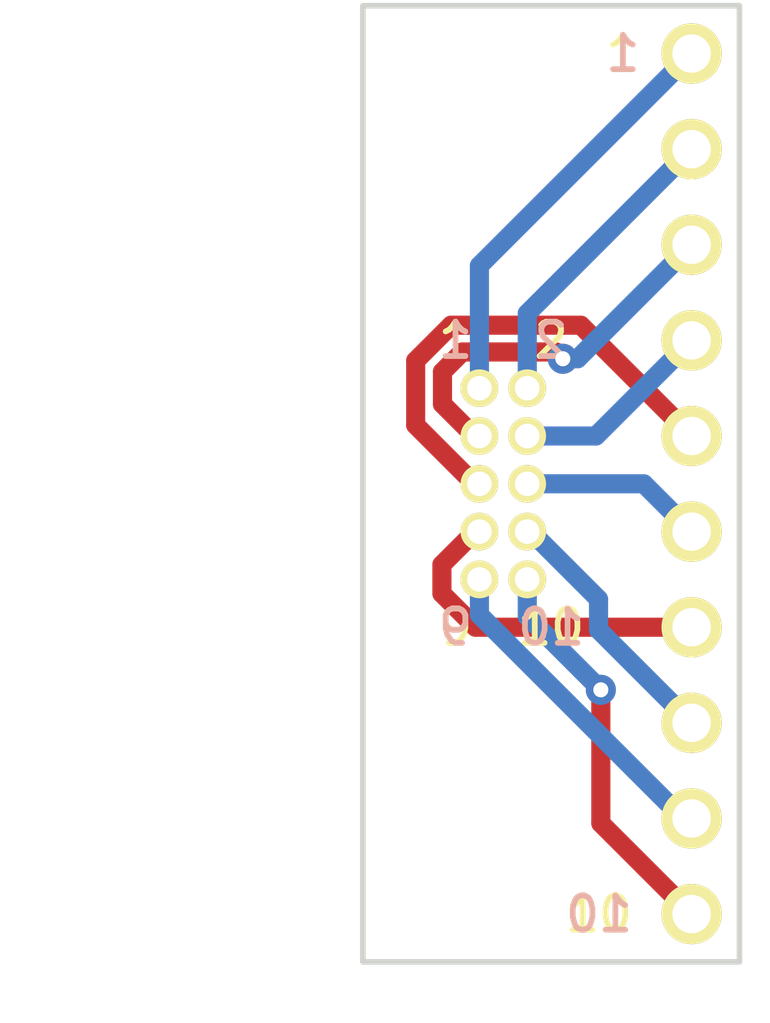
<source format=kicad_pcb>
(kicad_pcb (version 20171130) (host pcbnew "(5.0.0)")

  (general
    (thickness 1.6)
    (drawings 20)
    (tracks 40)
    (zones 0)
    (modules 2)
    (nets 11)
  )

  (page A4)
  (layers
    (0 F.Cu signal)
    (31 B.Cu signal)
    (32 B.Adhes user)
    (33 F.Adhes user)
    (34 B.Paste user)
    (35 F.Paste user)
    (36 B.SilkS user)
    (37 F.SilkS user)
    (38 B.Mask user)
    (39 F.Mask user)
    (40 Dwgs.User user)
    (41 Cmts.User user)
    (42 Eco1.User user)
    (43 Eco2.User user)
    (44 Edge.Cuts user)
    (45 Margin user)
    (46 B.CrtYd user)
    (47 F.CrtYd user)
    (48 B.Fab user)
    (49 F.Fab user)
  )

  (setup
    (last_trace_width 0.508)
    (trace_clearance 0.2032)
    (zone_clearance 0.508)
    (zone_45_only no)
    (trace_min 0.2)
    (segment_width 0.15)
    (edge_width 0.15)
    (via_size 1)
    (via_drill 0.5)
    (via_min_size 0.4)
    (via_min_drill 0.3)
    (uvia_size 0.3)
    (uvia_drill 0.1)
    (uvias_allowed no)
    (uvia_min_size 0.2)
    (uvia_min_drill 0.1)
    (pcb_text_width 0.3)
    (pcb_text_size 1.5 1.5)
    (mod_edge_width 0.15)
    (mod_text_size 1 1)
    (mod_text_width 0.15)
    (pad_size 1.524 1.524)
    (pad_drill 0.762)
    (pad_to_mask_clearance 0.2)
    (aux_axis_origin 0 0)
    (visible_elements 7FFFFFFF)
    (pcbplotparams
      (layerselection 0x010f0_ffffffff)
      (usegerberextensions true)
      (usegerberattributes false)
      (usegerberadvancedattributes false)
      (creategerberjobfile false)
      (excludeedgelayer true)
      (linewidth 0.100000)
      (plotframeref false)
      (viasonmask false)
      (mode 1)
      (useauxorigin false)
      (hpglpennumber 1)
      (hpglpenspeed 20)
      (hpglpendiameter 15.000000)
      (psnegative false)
      (psa4output false)
      (plotreference true)
      (plotvalue true)
      (plotinvisibletext false)
      (padsonsilk false)
      (subtractmaskfromsilk true)
      (outputformat 1)
      (mirror false)
      (drillshape 0)
      (scaleselection 1)
      (outputdirectory "gerber/"))
  )

  (net 0 "")
  (net 1 /1)
  (net 2 /2)
  (net 3 /3)
  (net 4 /4)
  (net 5 /5)
  (net 6 /6)
  (net 7 /7)
  (net 8 /8)
  (net 9 /9)
  (net 10 /10)

  (net_class Default "これはデフォルトのネット クラスです。"
    (clearance 0.2032)
    (trace_width 0.508)
    (via_dia 1)
    (via_drill 0.5)
    (uvia_dia 0.3)
    (uvia_drill 0.1)
    (add_net /1)
    (add_net /10)
    (add_net /2)
    (add_net /3)
    (add_net /4)
    (add_net /5)
    (add_net /6)
    (add_net /7)
    (add_net /8)
    (add_net /9)
  )

  (module user:USER_SIL-10_NoSilk (layer F.Cu) (tedit 5C284B25) (tstamp 5C2857FF)
    (at 58.73 137.3 270)
    (descr "Connecteur 3 pins")
    (tags "CONN DEV")
    (path /5C285000)
    (fp_text reference J2 (at 0 -2.54 270) (layer F.SilkS) hide
      (effects (font (size 1.016 1.016) (thickness 0.1778)))
    )
    (fp_text value 2.54_1x10P (at 0 2.54 270) (layer F.SilkS) hide
      (effects (font (size 1.016 1.016) (thickness 0.1778)))
    )
    (fp_line (start 12.7 1.27) (end -12.7 1.27) (layer Dwgs.User) (width 0.3048))
    (fp_line (start 12.7 -1.27) (end 12.7 1.27) (layer Dwgs.User) (width 0.3048))
    (fp_line (start -12.7 -1.27) (end 12.7 -1.27) (layer Dwgs.User) (width 0.3048))
    (fp_line (start -12.7 1.27) (end -12.7 -1.27) (layer Dwgs.User) (width 0.3048))
    (pad 10 thru_hole circle (at 11.43 0 270) (size 1.6 1.6) (drill 1.02) (layers *.Cu *.Mask F.SilkS)
      (net 10 /10))
    (pad 9 thru_hole circle (at 8.89 0 270) (size 1.6 1.6) (drill 1.02) (layers *.Cu *.Mask F.SilkS)
      (net 9 /9))
    (pad 8 thru_hole circle (at 6.35 0 270) (size 1.6 1.6) (drill 1.02) (layers *.Cu *.Mask F.SilkS)
      (net 8 /8))
    (pad 1 thru_hole circle (at -11.43 0 270) (size 1.6 1.6) (drill 1.02) (layers *.Cu *.Mask F.SilkS)
      (net 1 /1))
    (pad 7 thru_hole circle (at 3.81 0 270) (size 1.6 1.6) (drill 1.02) (layers *.Cu *.Mask F.SilkS)
      (net 7 /7))
    (pad 6 thru_hole circle (at 1.27 0 270) (size 1.6 1.6) (drill 1.02) (layers *.Cu *.Mask F.SilkS)
      (net 6 /6))
    (pad 5 thru_hole circle (at -1.27 0 270) (size 1.6 1.6) (drill 1.02) (layers *.Cu *.Mask F.SilkS)
      (net 5 /5))
    (pad 4 thru_hole circle (at -3.81 0 270) (size 1.6 1.6) (drill 1.02) (layers *.Cu *.Mask F.SilkS)
      (net 4 /4))
    (pad 3 thru_hole circle (at -6.35 0 270) (size 1.6 1.6) (drill 1.02) (layers *.Cu *.Mask F.SilkS)
      (net 3 /3))
    (pad 2 thru_hole circle (at -8.89 0 270) (size 1.6 1.6) (drill 1.02) (layers *.Cu *.Mask F.SilkS)
      (net 2 /2))
  )

  (module user:USER_DILhalf_5X2_NoSilk (layer F.Cu) (tedit 5C28443B) (tstamp 5C2857EE)
    (at 53.73 137.3)
    (path /5C2842FE)
    (fp_text reference J1 (at 0 -3.81) (layer Dwgs.User) hide
      (effects (font (size 1.016 1.016) (thickness 0.1778)))
    )
    (fp_text value 1.27_2x5P (at 0 4.445) (layer F.SilkS) hide
      (effects (font (size 1 1) (thickness 0.15)))
    )
    (fp_line (start -1.27 -3.175) (end 1.27 -3.175) (layer Dwgs.User) (width 0.1))
    (fp_line (start -1.27 3.175) (end -1.27 -3.175) (layer Dwgs.User) (width 0.1))
    (fp_line (start 1.27 3.175) (end -1.27 3.175) (layer Dwgs.User) (width 0.1))
    (fp_line (start 1.27 -3.175) (end 1.27 3.175) (layer Dwgs.User) (width 0.1))
    (pad 10 thru_hole circle (at 0.635 2.54) (size 1 1) (drill 0.65) (layers *.Cu *.Mask F.SilkS)
      (net 10 /10))
    (pad 9 thru_hole circle (at -0.635 2.54) (size 1 1) (drill 0.65) (layers *.Cu *.Mask F.SilkS)
      (net 9 /9))
    (pad 8 thru_hole circle (at 0.635 1.27) (size 1 1) (drill 0.65) (layers *.Cu *.Mask F.SilkS)
      (net 8 /8))
    (pad 7 thru_hole circle (at -0.635 1.27) (size 1 1) (drill 0.65) (layers *.Cu *.Mask F.SilkS)
      (net 7 /7))
    (pad 6 thru_hole circle (at 0.635 0) (size 1 1) (drill 0.65) (layers *.Cu *.Mask F.SilkS)
      (net 6 /6))
    (pad 5 thru_hole circle (at -0.635 0) (size 1 1) (drill 0.65) (layers *.Cu *.Mask F.SilkS)
      (net 5 /5))
    (pad 4 thru_hole circle (at 0.635 -1.27) (size 1 1) (drill 0.65) (layers *.Cu *.Mask F.SilkS)
      (net 4 /4))
    (pad 3 thru_hole circle (at -0.635 -1.27) (size 1 1) (drill 0.65) (layers *.Cu *.Mask F.SilkS)
      (net 3 /3))
    (pad 2 thru_hole circle (at 0.635 -2.54) (size 1 1) (drill 0.65) (layers *.Cu *.Mask F.SilkS)
      (net 2 /2))
    (pad 1 thru_hole circle (at -0.635 -2.54) (size 1 1) (drill 0.65) (layers *.Cu *.Mask F.SilkS)
      (net 1 /1))
  )

  (dimension 25.4 (width 0.3) (layer Dwgs.User)
    (gr_text "25.4 mm" (at 45.9 137.3 90) (layer Dwgs.User)
      (effects (font (size 1.5 1.5) (thickness 0.3)))
    )
    (feature1 (pts (xy 50 124.6) (xy 47.413579 124.6)))
    (feature2 (pts (xy 50 150) (xy 47.413579 150)))
    (crossbar (pts (xy 48 150) (xy 48 124.6)))
    (arrow1a (pts (xy 48 124.6) (xy 48.586421 125.726504)))
    (arrow1b (pts (xy 48 124.6) (xy 47.413579 125.726504)))
    (arrow2a (pts (xy 48 150) (xy 48.586421 148.873496)))
    (arrow2b (pts (xy 48 150) (xy 47.413579 148.873496)))
  )
  (dimension 10 (width 0.3) (layer Dwgs.User)
    (gr_text "10.0 mm" (at 55 152.999999) (layer Dwgs.User)
      (effects (font (size 1.5 1.5) (thickness 0.3)))
    )
    (feature1 (pts (xy 60 150) (xy 60 151.48642)))
    (feature2 (pts (xy 50 150) (xy 50 151.48642)))
    (crossbar (pts (xy 50 150.899999) (xy 60 150.899999)))
    (arrow1a (pts (xy 60 150.899999) (xy 58.873496 151.48642)))
    (arrow1b (pts (xy 60 150.899999) (xy 58.873496 150.313578)))
    (arrow2a (pts (xy 50 150.899999) (xy 51.126504 151.48642)))
    (arrow2b (pts (xy 50 150.899999) (xy 51.126504 150.313578)))
  )
  (gr_line (start 50 150) (end 60 150) (angle 90) (layer Edge.Cuts) (width 0.15))
  (gr_line (start 50 124.6) (end 60 124.6) (angle 90) (layer Edge.Cuts) (width 0.15))
  (gr_line (start 50 124.6) (end 50 150) (angle 90) (layer Edge.Cuts) (width 0.15) (tstamp 5C285847))
  (gr_line (start 50 150) (end 60 150) (angle 90) (layer Dwgs.User) (width 0.15) (tstamp 5C285846))
  (gr_line (start 60 150) (end 60 124.6) (angle 90) (layer Edge.Cuts) (width 0.15) (tstamp 5C285845))
  (gr_line (start 60 124.6) (end 50 124.6) (angle 90) (layer Dwgs.User) (width 0.15) (tstamp 5C285844))
  (gr_text 1 (at 52.46 133.49) (layer F.SilkS) (tstamp 5C285843)
    (effects (font (size 0.9144 0.9144) (thickness 0.1524)))
  )
  (gr_text 2 (at 55 133.49) (layer F.SilkS) (tstamp 5C285842)
    (effects (font (size 0.9144 0.9144) (thickness 0.1524)))
  )
  (gr_text 9 (at 52.46 141.11) (layer F.SilkS) (tstamp 5C285841)
    (effects (font (size 0.9144 0.9144) (thickness 0.1524)))
  )
  (gr_text 10 (at 55 141.11) (layer F.SilkS) (tstamp 5C285840)
    (effects (font (size 0.9144 0.9144) (thickness 0.1524)))
  )
  (gr_text 1 (at 56.905 125.87) (layer F.SilkS) (tstamp 5C28583F)
    (effects (font (size 0.9144 0.9144) (thickness 0.1524)))
  )
  (gr_text 10 (at 56.27 148.73) (layer F.SilkS) (tstamp 5C28583E)
    (effects (font (size 0.9144 0.9144) (thickness 0.1524)))
  )
  (gr_text 1 (at 56.905 125.87) (layer B.SilkS) (tstamp 5C28583D)
    (effects (font (size 0.9144 0.9144) (thickness 0.1524)) (justify mirror))
  )
  (gr_text 10 (at 56.27 148.73) (layer B.SilkS) (tstamp 5C28583C)
    (effects (font (size 0.9144 0.9144) (thickness 0.1524)) (justify mirror))
  )
  (gr_text 2 (at 55 133.49) (layer B.SilkS) (tstamp 5C28583B)
    (effects (font (size 0.9144 0.9144) (thickness 0.1524)) (justify mirror))
  )
  (gr_text 1 (at 52.46 133.49) (layer B.SilkS) (tstamp 5C28583A)
    (effects (font (size 0.9144 0.9144) (thickness 0.1524)) (justify mirror))
  )
  (gr_text 9 (at 52.46 141.11) (layer B.SilkS) (tstamp 5C285839)
    (effects (font (size 0.9144 0.9144) (thickness 0.1524)) (justify mirror))
  )
  (gr_text 10 (at 55 141.11) (layer B.SilkS) (tstamp 5C285838)
    (effects (font (size 0.9144 0.9144) (thickness 0.1524)) (justify mirror))
  )

  (segment (start 58.73 125.87) (end 53.095 131.505) (width 0.508) (layer B.Cu) (net 1) (tstamp 5C285810))
  (segment (start 53.095 131.505) (end 53.095 134.76) (width 0.508) (layer B.Cu) (net 1) (tstamp 5C285811))
  (segment (start 58.73 128.41) (end 54.365 132.775) (width 0.508) (layer B.Cu) (net 2) (tstamp 5C285812))
  (segment (start 54.365 132.775) (end 54.365 134.76) (width 0.508) (layer B.Cu) (net 2) (tstamp 5C285813))
  (segment (start 55.3098 133.9785) (end 55.1292 133.7979) (width 0.508) (layer F.Cu) (net 3) (tstamp 5C285814))
  (segment (start 55.1292 133.7979) (end 52.6396 133.7979) (width 0.508) (layer F.Cu) (net 3) (tstamp 5C285815))
  (segment (start 52.6396 133.7979) (end 52.1143 134.3232) (width 0.508) (layer F.Cu) (net 3) (tstamp 5C285816))
  (segment (start 52.1143 134.3232) (end 52.1143 135.1839) (width 0.508) (layer F.Cu) (net 3) (tstamp 5C285817))
  (segment (start 52.1143 135.1839) (end 52.9604 136.03) (width 0.508) (layer F.Cu) (net 3) (tstamp 5C285818))
  (segment (start 52.9604 136.03) (end 53.095 136.03) (width 0.508) (layer F.Cu) (net 3) (tstamp 5C285819))
  (segment (start 58.73 130.95) (end 55.7015 133.9785) (width 0.508) (layer B.Cu) (net 3) (tstamp 5C28581A))
  (segment (start 55.7015 133.9785) (end 55.3098 133.9785) (width 0.508) (layer B.Cu) (net 3) (tstamp 5C28581B))
  (via (at 55.3098 133.9785) (size 0.8) (drill 0.4) (layers F.Cu B.Cu) (net 3) (tstamp 5C28581C))
  (segment (start 54.365 136.03) (end 56.19 136.03) (width 0.508) (layer B.Cu) (net 4) (tstamp 5C28581D))
  (segment (start 56.19 136.03) (end 58.73 133.49) (width 0.508) (layer B.Cu) (net 4) (tstamp 5C28581E))
  (segment (start 58.73 136.03) (end 55.7864 133.0864) (width 0.508) (layer F.Cu) (net 5) (tstamp 5C28581F))
  (segment (start 55.7864 133.0864) (end 52.3449 133.0864) (width 0.508) (layer F.Cu) (net 5) (tstamp 5C285820))
  (segment (start 52.3449 133.0864) (end 51.4028 134.0285) (width 0.508) (layer F.Cu) (net 5) (tstamp 5C285821))
  (segment (start 51.4028 134.0285) (end 51.4028 135.7425) (width 0.508) (layer F.Cu) (net 5) (tstamp 5C285822))
  (segment (start 51.4028 135.7425) (end 52.9603 137.3) (width 0.508) (layer F.Cu) (net 5) (tstamp 5C285823))
  (segment (start 52.9603 137.3) (end 53.095 137.3) (width 0.508) (layer F.Cu) (net 5) (tstamp 5C285824))
  (segment (start 58.73 138.57) (end 57.46 137.3) (width 0.508) (layer B.Cu) (net 6) (tstamp 5C285825))
  (segment (start 57.46 137.3) (end 54.365 137.3) (width 0.508) (layer B.Cu) (net 6) (tstamp 5C285826))
  (segment (start 58.73 141.11) (end 52.9932 141.11) (width 0.508) (layer F.Cu) (net 7) (tstamp 5C285827))
  (segment (start 52.9932 141.11) (end 52.0996 140.2164) (width 0.508) (layer F.Cu) (net 7) (tstamp 5C285828))
  (segment (start 52.0996 140.2164) (end 52.0996 139.4478) (width 0.508) (layer F.Cu) (net 7) (tstamp 5C285829))
  (segment (start 52.0996 139.4478) (end 52.9774 138.57) (width 0.508) (layer F.Cu) (net 7) (tstamp 5C28582A))
  (segment (start 52.9774 138.57) (end 53.095 138.57) (width 0.508) (layer F.Cu) (net 7) (tstamp 5C28582B))
  (segment (start 58.73 143.65) (end 56.2582 141.1782) (width 0.508) (layer B.Cu) (net 8) (tstamp 5C28582C))
  (segment (start 56.2582 141.1782) (end 56.2582 140.3643) (width 0.508) (layer B.Cu) (net 8) (tstamp 5C28582D))
  (segment (start 56.2582 140.3643) (end 54.4639 138.57) (width 0.508) (layer B.Cu) (net 8) (tstamp 5C28582E))
  (segment (start 54.4639 138.57) (end 54.365 138.57) (width 0.508) (layer B.Cu) (net 8) (tstamp 5C28582F))
  (segment (start 53.095 139.84) (end 53.095 140.7798) (width 0.508) (layer B.Cu) (net 9) (tstamp 5C285830))
  (segment (start 53.095 140.7798) (end 58.5052 146.19) (width 0.508) (layer B.Cu) (net 9) (tstamp 5C285831))
  (segment (start 58.5052 146.19) (end 58.73 146.19) (width 0.508) (layer B.Cu) (net 9) (tstamp 5C285832))
  (segment (start 58.73 148.73) (end 56.3193 146.3193) (width 0.508) (layer F.Cu) (net 10) (tstamp 5C285833))
  (segment (start 56.3193 146.3193) (end 56.3193 142.773) (width 0.508) (layer F.Cu) (net 10) (tstamp 5C285834))
  (segment (start 56.3193 142.773) (end 54.365 140.8187) (width 0.508) (layer B.Cu) (net 10) (tstamp 5C285835))
  (segment (start 54.365 140.8187) (end 54.365 139.84) (width 0.508) (layer B.Cu) (net 10) (tstamp 5C285836))
  (via (at 56.3193 142.773) (size 0.8) (drill 0.4) (layers F.Cu B.Cu) (net 10) (tstamp 5C285837))

)

</source>
